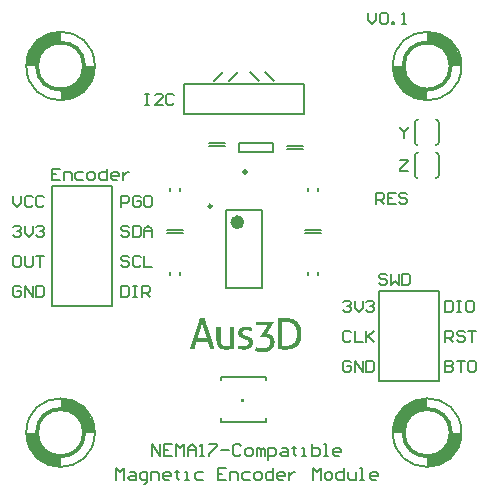
<source format=gto>
G04 Layer_Color=65535*
%FSLAX44Y44*%
%MOMM*%
G71*
G01*
G75*
%ADD18C,0.2500*%
%ADD19C,0.2032*%
%ADD20C,0.5000*%
%ADD21C,0.2000*%
%ADD29C,0.6000*%
%ADD30C,0.1500*%
%ADD31C,0.3000*%
%ADD32C,0.1270*%
G36*
X2768Y-65588D02*
X3018D01*
X3517Y-65621D01*
X3551D01*
X3634Y-65638D01*
X3767Y-65655D01*
X3951Y-65671D01*
X4151Y-65705D01*
X4384Y-65738D01*
X4867Y-65821D01*
X4900D01*
X4984Y-65855D01*
X5117Y-65871D01*
X5284Y-65921D01*
X5484Y-65955D01*
X5700Y-66005D01*
X6133Y-66121D01*
X6167D01*
X6233Y-66155D01*
X6350Y-66188D01*
X6500Y-66221D01*
X6667Y-66271D01*
X6850Y-66338D01*
X7250Y-66455D01*
Y-66471D01*
Y-66521D01*
X7233Y-66588D01*
X7216Y-66688D01*
X7183Y-66921D01*
X7133Y-67188D01*
Y-67204D01*
X7117Y-67254D01*
X7100Y-67321D01*
X7083Y-67404D01*
X7067Y-67521D01*
X7033Y-67638D01*
X6967Y-67904D01*
Y-67921D01*
X6950Y-67971D01*
X6933Y-68038D01*
X6916Y-68121D01*
X6833Y-68337D01*
X6750Y-68587D01*
Y-68604D01*
X6733Y-68637D01*
X6700Y-68704D01*
X6683Y-68787D01*
X6600Y-68987D01*
X6500Y-69220D01*
X6483D01*
X6433Y-69204D01*
X6350Y-69170D01*
X6233Y-69137D01*
X6100Y-69087D01*
X5950Y-69037D01*
X5617Y-68937D01*
X5600D01*
X5533Y-68921D01*
X5434Y-68887D01*
X5300Y-68854D01*
X5150Y-68821D01*
X4984Y-68771D01*
X4584Y-68687D01*
X4567D01*
X4484Y-68654D01*
X4384Y-68637D01*
X4234Y-68604D01*
X4067Y-68571D01*
X3867Y-68537D01*
X3451Y-68471D01*
X3417D01*
X3351Y-68454D01*
X3234D01*
X3084Y-68437D01*
X2901Y-68421D01*
X2684D01*
X2468Y-68404D01*
X2001D01*
X1834Y-68421D01*
X1635Y-68437D01*
X1435Y-68454D01*
X985Y-68521D01*
X951D01*
X885Y-68537D01*
X768Y-68571D01*
X618Y-68621D01*
X452Y-68671D01*
X268Y-68721D01*
X-132Y-68871D01*
X-148Y-68887D01*
X-215Y-68921D01*
X-298Y-68971D01*
X-415Y-69037D01*
X-532Y-69137D01*
X-665Y-69237D01*
X-781Y-69370D01*
X-898Y-69520D01*
X-915Y-69537D01*
X-931Y-69587D01*
X-981Y-69687D01*
X-1031Y-69804D01*
X-1081Y-69954D01*
X-1115Y-70120D01*
X-1148Y-70320D01*
X-1165Y-70537D01*
Y-70553D01*
Y-70587D01*
Y-70654D01*
X-1148Y-70720D01*
X-1131Y-70903D01*
X-1098Y-71103D01*
Y-71120D01*
X-1081Y-71137D01*
X-1048Y-71253D01*
X-981Y-71403D01*
X-898Y-71570D01*
Y-71586D01*
X-882Y-71603D01*
X-815Y-71703D01*
X-732Y-71837D01*
X-615Y-71970D01*
X-582Y-72003D01*
X-498Y-72086D01*
X-382Y-72186D01*
X-215Y-72303D01*
X-198D01*
X-182Y-72320D01*
X-82Y-72386D01*
X68Y-72486D01*
X235Y-72586D01*
X252D01*
X285Y-72603D01*
X335Y-72636D01*
X402Y-72670D01*
X568Y-72736D01*
X768Y-72820D01*
X785D01*
X818Y-72836D01*
X868Y-72853D01*
X951Y-72886D01*
X1135Y-72953D01*
X1351Y-73053D01*
X1368D01*
X1401Y-73070D01*
X1468Y-73086D01*
X1551Y-73120D01*
X1751Y-73186D01*
X1984Y-73253D01*
X2001D01*
X2034Y-73269D01*
X2101Y-73286D01*
X2168Y-73319D01*
X2351Y-73386D01*
X2568Y-73453D01*
X2784Y-73536D01*
X2951Y-73603D01*
X3018Y-73619D01*
X3067Y-73636D01*
X3101Y-73653D01*
X3134D01*
X3184Y-73669D01*
X3268Y-73703D01*
X3401Y-73736D01*
X3567Y-73803D01*
X3584D01*
X3634Y-73836D01*
X3717Y-73853D01*
X3834Y-73903D01*
X3951Y-73936D01*
X4101Y-73986D01*
X4401Y-74103D01*
X4417D01*
X4467Y-74136D01*
X4550Y-74169D01*
X4650Y-74219D01*
X4784Y-74269D01*
X4917Y-74336D01*
X5200Y-74469D01*
X5217Y-74486D01*
X5267Y-74503D01*
X5350Y-74552D01*
X5450Y-74602D01*
X5684Y-74752D01*
X5933Y-74936D01*
X5950Y-74952D01*
X5983Y-74986D01*
X6050Y-75036D01*
X6133Y-75102D01*
X6333Y-75269D01*
X6550Y-75486D01*
X6567Y-75502D01*
X6600Y-75535D01*
X6650Y-75602D01*
X6717Y-75686D01*
X6866Y-75885D01*
X7033Y-76135D01*
X7050Y-76152D01*
X7067Y-76202D01*
X7117Y-76269D01*
X7167Y-76369D01*
X7233Y-76485D01*
X7300Y-76619D01*
X7450Y-76919D01*
Y-76935D01*
X7483Y-76985D01*
X7500Y-77085D01*
X7550Y-77202D01*
X7583Y-77335D01*
X7616Y-77502D01*
X7683Y-77852D01*
Y-77868D01*
X7700Y-77935D01*
X7716Y-78052D01*
X7733Y-78185D01*
X7750Y-78351D01*
X7766Y-78535D01*
X7783Y-78735D01*
Y-78951D01*
Y-78985D01*
Y-79068D01*
Y-79201D01*
X7766Y-79368D01*
X7750Y-79551D01*
X7733Y-79768D01*
X7650Y-80234D01*
Y-80268D01*
X7633Y-80334D01*
X7600Y-80451D01*
X7550Y-80601D01*
X7500Y-80784D01*
X7433Y-80984D01*
X7250Y-81401D01*
X7233Y-81417D01*
X7200Y-81484D01*
X7133Y-81601D01*
X7067Y-81734D01*
X6967Y-81884D01*
X6850Y-82051D01*
X6600Y-82417D01*
X6583Y-82434D01*
X6533Y-82500D01*
X6450Y-82584D01*
X6350Y-82684D01*
X6217Y-82817D01*
X6067Y-82967D01*
X5883Y-83117D01*
X5700Y-83267D01*
X5684Y-83284D01*
X5617Y-83334D01*
X5517Y-83400D01*
X5384Y-83500D01*
X5217Y-83600D01*
X5034Y-83717D01*
X4817Y-83833D01*
X4600Y-83950D01*
X4567Y-83967D01*
X4500Y-84000D01*
X4384Y-84050D01*
X4217Y-84133D01*
X4034Y-84200D01*
X3801Y-84300D01*
X3567Y-84383D01*
X3301Y-84467D01*
X3268Y-84483D01*
X3184Y-84500D01*
X3034Y-84533D01*
X2851Y-84583D01*
X2634Y-84650D01*
X2384Y-84700D01*
X2101Y-84750D01*
X1818Y-84800D01*
X1785D01*
X1684Y-84817D01*
X1535Y-84833D01*
X1335Y-84850D01*
X1101Y-84867D01*
X818Y-84883D01*
X518Y-84900D01*
X-315D01*
X-565Y-84883D01*
X-831D01*
X-1415Y-84850D01*
X-1448D01*
X-1548Y-84833D01*
X-1681D01*
X-1865Y-84800D01*
X-2081Y-84783D01*
X-2314Y-84750D01*
X-2814Y-84667D01*
X-2848D01*
X-2931Y-84650D01*
X-3048Y-84616D01*
X-3214Y-84583D01*
X-3414Y-84550D01*
X-3614Y-84500D01*
X-4064Y-84383D01*
X-4097D01*
X-4164Y-84367D01*
X-4281Y-84333D01*
X-4447Y-84283D01*
X-4614Y-84233D01*
X-4814Y-84183D01*
X-5230Y-84033D01*
Y-84017D01*
Y-83967D01*
X-5214Y-83900D01*
X-5197Y-83800D01*
X-5180Y-83583D01*
X-5130Y-83317D01*
Y-83300D01*
X-5114Y-83250D01*
X-5097Y-83184D01*
X-5080Y-83084D01*
X-5047Y-82967D01*
X-5014Y-82850D01*
X-4930Y-82567D01*
Y-82550D01*
X-4914Y-82500D01*
X-4881Y-82434D01*
X-4847Y-82351D01*
X-4814Y-82234D01*
X-4780Y-82117D01*
X-4681Y-81851D01*
Y-81834D01*
X-4664Y-81784D01*
X-4631Y-81717D01*
X-4597Y-81617D01*
X-4564Y-81517D01*
X-4514Y-81384D01*
X-4414Y-81117D01*
X-4397Y-81134D01*
X-4331Y-81151D01*
X-4231Y-81184D01*
X-4097Y-81234D01*
X-3947Y-81301D01*
X-3764Y-81351D01*
X-3381Y-81484D01*
X-3364D01*
X-3281Y-81501D01*
X-3181Y-81534D01*
X-3048Y-81567D01*
X-2881Y-81601D01*
X-2681Y-81651D01*
X-2264Y-81751D01*
X-2231D01*
X-2165Y-81767D01*
X-2048Y-81784D01*
X-1898Y-81817D01*
X-1715Y-81834D01*
X-1531Y-81867D01*
X-1098Y-81917D01*
X-998D01*
X-882Y-81934D01*
X-732D01*
X-548Y-81951D01*
X-365D01*
X68Y-81967D01*
X318D01*
X452Y-81951D01*
X585D01*
X868Y-81934D01*
X935D01*
X1018Y-81917D01*
X1118Y-81901D01*
X1235Y-81884D01*
X1368Y-81867D01*
X1651Y-81801D01*
X1668D01*
X1718Y-81784D01*
X1785Y-81767D01*
X1884Y-81734D01*
X2101Y-81667D01*
X2351Y-81567D01*
X2368D01*
X2401Y-81551D01*
X2468Y-81517D01*
X2551Y-81484D01*
X2751Y-81384D01*
X2968Y-81267D01*
X2984D01*
X3018Y-81234D01*
X3067Y-81201D01*
X3134Y-81151D01*
X3301Y-81034D01*
X3467Y-80868D01*
X3484Y-80851D01*
X3501Y-80834D01*
X3551Y-80784D01*
X3601Y-80717D01*
X3734Y-80551D01*
X3867Y-80368D01*
X3884Y-80351D01*
X3901Y-80318D01*
X3934Y-80284D01*
X3967Y-80218D01*
X4051Y-80051D01*
X4134Y-79834D01*
Y-79818D01*
X4151Y-79784D01*
Y-79718D01*
X4167Y-79651D01*
X4184Y-79451D01*
X4201Y-79218D01*
Y-79201D01*
Y-79151D01*
Y-79085D01*
Y-78985D01*
X4184Y-78768D01*
X4151Y-78535D01*
Y-78518D01*
X4134Y-78485D01*
X4117Y-78435D01*
X4101Y-78351D01*
X4034Y-78185D01*
X3934Y-78018D01*
Y-78002D01*
X3917Y-77985D01*
X3851Y-77868D01*
X3751Y-77735D01*
X3617Y-77585D01*
Y-77568D01*
X3584Y-77552D01*
X3501Y-77468D01*
X3384Y-77352D01*
X3217Y-77218D01*
X3201D01*
X3184Y-77185D01*
X3134Y-77168D01*
X3067Y-77119D01*
X2901Y-77035D01*
X2718Y-76919D01*
X2701D01*
X2684Y-76902D01*
X2634Y-76869D01*
X2568Y-76835D01*
X2401Y-76752D01*
X2184Y-76652D01*
X2168D01*
X2134Y-76635D01*
X2068Y-76602D01*
X2001Y-76585D01*
X1801Y-76519D01*
X1568Y-76435D01*
X1551D01*
X1518Y-76419D01*
X1451Y-76385D01*
X1351Y-76369D01*
X1135Y-76302D01*
X885Y-76219D01*
X868D01*
X851Y-76202D01*
X735Y-76169D01*
X585Y-76102D01*
X418Y-76052D01*
X252Y-75985D01*
X118Y-75935D01*
X52Y-75902D01*
X18D01*
X2Y-75885D01*
X-32Y-75869D01*
X-65Y-75852D01*
X-132Y-75835D01*
X-248Y-75785D01*
X-382Y-75736D01*
X-398D01*
X-432Y-75719D01*
X-498Y-75686D01*
X-565Y-75669D01*
X-665Y-75619D01*
X-781Y-75569D01*
X-1048Y-75469D01*
X-1365Y-75336D01*
X-1698Y-75169D01*
X-2031Y-75002D01*
X-2364Y-74819D01*
X-2381D01*
X-2398Y-74802D01*
X-2498Y-74736D01*
X-2648Y-74636D01*
X-2848Y-74503D01*
X-3064Y-74352D01*
X-3281Y-74186D01*
X-3514Y-74003D01*
X-3714Y-73803D01*
X-3731Y-73769D01*
X-3797Y-73703D01*
X-3897Y-73586D01*
X-4014Y-73436D01*
X-4147Y-73253D01*
X-4281Y-73036D01*
X-4397Y-72786D01*
X-4514Y-72520D01*
Y-72503D01*
X-4530Y-72486D01*
X-4547Y-72386D01*
X-4597Y-72253D01*
X-4631Y-72053D01*
X-4681Y-71803D01*
X-4730Y-71537D01*
X-4747Y-71237D01*
X-4764Y-70903D01*
Y-70887D01*
Y-70853D01*
Y-70787D01*
Y-70687D01*
X-4747Y-70587D01*
Y-70454D01*
X-4714Y-70170D01*
X-4664Y-69820D01*
X-4581Y-69454D01*
X-4481Y-69071D01*
X-4331Y-68704D01*
Y-68687D01*
X-4314Y-68654D01*
X-4281Y-68604D01*
X-4247Y-68537D01*
X-4147Y-68354D01*
X-3997Y-68121D01*
X-3814Y-67854D01*
X-3598Y-67571D01*
X-3331Y-67288D01*
X-3014Y-67004D01*
X-2998Y-66988D01*
X-2981Y-66971D01*
X-2931Y-66938D01*
X-2848Y-66888D01*
X-2764Y-66821D01*
X-2664Y-66754D01*
X-2414Y-66604D01*
X-2098Y-66421D01*
X-1731Y-66238D01*
X-1315Y-66071D01*
X-848Y-65921D01*
X-831D01*
X-781Y-65905D01*
X-715Y-65888D01*
X-615Y-65871D01*
X-498Y-65838D01*
X-348Y-65805D01*
X-182Y-65771D01*
X2Y-65738D01*
X218Y-65721D01*
X435Y-65688D01*
X685Y-65655D01*
X951Y-65621D01*
X1501Y-65588D01*
X2118Y-65571D01*
X2568D01*
X2768Y-65588D01*
D02*
G37*
G36*
X-174700Y-155700D02*
Y-162350D01*
X-172750Y-164300D01*
Y-165600D01*
X-168200Y-170150D01*
X-167550D01*
X-163650Y-174050D01*
X-159750D01*
X-158450Y-175350D01*
X-155200D01*
Y-184450D01*
X-157800D01*
X-158450Y-183800D01*
X-163000D01*
X-164950Y-181850D01*
X-167550D01*
X-169500Y-179900D01*
X-171450D01*
X-176000Y-175350D01*
Y-174700D01*
X-180550Y-170150D01*
Y-168200D01*
X-182500Y-166250D01*
X-183150Y-162350D01*
X-184200Y-160000D01*
Y-155200D01*
X-175200D01*
X-174700Y-155700D01*
D02*
G37*
G36*
X184450Y-157800D02*
X183800Y-158450D01*
Y-163000D01*
X181850Y-164950D01*
Y-167550D01*
X179900Y-169500D01*
Y-171450D01*
X175350Y-176000D01*
X174700D01*
X170150Y-180550D01*
X168200D01*
X166250Y-182500D01*
X162350Y-183150D01*
X160000Y-184200D01*
X155200D01*
Y-175200D01*
X155700Y-174700D01*
X162350D01*
X164300Y-172750D01*
X165600D01*
X170150Y-168200D01*
Y-167550D01*
X174050Y-163650D01*
Y-159750D01*
X175350Y-158450D01*
Y-155200D01*
X184450D01*
Y-157800D01*
D02*
G37*
G36*
X-9396Y-65855D02*
X-9246Y-65871D01*
X-8963D01*
X-8796Y-65888D01*
X-8713D01*
X-8646Y-65905D01*
X-8496D01*
X-8330Y-65921D01*
X-8296D01*
X-8196Y-65938D01*
X-8063Y-65955D01*
X-7913Y-65988D01*
Y-66021D01*
Y-66105D01*
Y-66255D01*
Y-66438D01*
Y-66671D01*
Y-66954D01*
Y-67254D01*
Y-67588D01*
Y-67937D01*
Y-68321D01*
Y-69104D01*
Y-69904D01*
Y-70687D01*
Y-70703D01*
Y-70770D01*
Y-70887D01*
Y-71020D01*
Y-71187D01*
Y-71403D01*
Y-71620D01*
Y-71870D01*
Y-72136D01*
Y-72403D01*
Y-72986D01*
Y-73569D01*
Y-74136D01*
Y-74153D01*
Y-74186D01*
Y-74253D01*
Y-74336D01*
Y-74436D01*
Y-74552D01*
Y-74836D01*
Y-75152D01*
Y-75502D01*
Y-75852D01*
Y-76202D01*
Y-76219D01*
Y-76235D01*
Y-76285D01*
Y-76352D01*
Y-76502D01*
Y-76719D01*
Y-76952D01*
Y-77202D01*
Y-77468D01*
Y-77718D01*
Y-77735D01*
Y-77785D01*
Y-77868D01*
Y-77952D01*
Y-78201D01*
Y-78451D01*
Y-78468D01*
Y-78501D01*
Y-78568D01*
Y-78651D01*
Y-78851D01*
Y-79051D01*
Y-79068D01*
Y-79101D01*
Y-79151D01*
Y-79218D01*
Y-79368D01*
Y-79535D01*
Y-79551D01*
Y-79568D01*
Y-79651D01*
Y-79784D01*
Y-79934D01*
Y-79951D01*
Y-80018D01*
Y-80134D01*
Y-80251D01*
Y-80401D01*
Y-80568D01*
Y-80884D01*
Y-80901D01*
Y-80968D01*
Y-81051D01*
Y-81201D01*
Y-81367D01*
Y-81584D01*
Y-81834D01*
Y-82117D01*
Y-82134D01*
Y-82167D01*
Y-82250D01*
Y-82334D01*
Y-82450D01*
Y-82584D01*
Y-82884D01*
Y-82900D01*
Y-82967D01*
Y-83050D01*
Y-83184D01*
Y-83334D01*
Y-83500D01*
Y-83700D01*
Y-83900D01*
X-7946D01*
X-8030Y-83933D01*
X-8146Y-83967D01*
X-8313Y-84000D01*
X-8529Y-84050D01*
X-8763Y-84117D01*
X-9013Y-84183D01*
X-9279Y-84250D01*
X-9313D01*
X-9413Y-84283D01*
X-9563Y-84317D01*
X-9779Y-84350D01*
X-10013Y-84400D01*
X-10296Y-84467D01*
X-10596Y-84517D01*
X-10929Y-84583D01*
X-10962D01*
X-11012Y-84600D01*
X-11079D01*
X-11245Y-84633D01*
X-11479Y-84667D01*
X-11745Y-84717D01*
X-12045Y-84750D01*
X-12362Y-84800D01*
X-12695Y-84833D01*
X-12778D01*
X-12845Y-84850D01*
X-13028D01*
X-13262Y-84867D01*
X-13545Y-84883D01*
X-13845D01*
X-14178Y-84900D01*
X-14845D01*
X-15078Y-84883D01*
X-15344D01*
X-15628Y-84867D01*
X-15944Y-84850D01*
X-16261Y-84833D01*
X-16294D01*
X-16344Y-84817D01*
X-16394D01*
X-16561Y-84800D01*
X-16761Y-84767D01*
X-17011Y-84733D01*
X-17294Y-84700D01*
X-17577Y-84650D01*
X-17877Y-84600D01*
X-17910D01*
X-18010Y-84567D01*
X-18160Y-84533D01*
X-18344Y-84483D01*
X-18577Y-84417D01*
X-18827Y-84333D01*
X-19360Y-84133D01*
X-19393Y-84117D01*
X-19477Y-84083D01*
X-19610Y-84000D01*
X-19777Y-83917D01*
X-19977Y-83800D01*
X-20193Y-83667D01*
X-20410Y-83517D01*
X-20643Y-83350D01*
X-20676Y-83334D01*
X-20743Y-83267D01*
X-20860Y-83167D01*
X-20993Y-83034D01*
X-21160Y-82867D01*
X-21326Y-82667D01*
X-21509Y-82450D01*
X-21693Y-82217D01*
X-21709Y-82184D01*
X-21776Y-82100D01*
X-21859Y-81967D01*
X-21976Y-81784D01*
X-22109Y-81567D01*
X-22243Y-81317D01*
X-22376Y-81018D01*
X-22509Y-80717D01*
Y-80701D01*
X-22526Y-80684D01*
X-22543Y-80634D01*
X-22559Y-80568D01*
X-22626Y-80384D01*
X-22693Y-80151D01*
X-22776Y-79868D01*
X-22859Y-79535D01*
X-22943Y-79151D01*
X-23009Y-78751D01*
Y-78735D01*
Y-78701D01*
X-23026Y-78635D01*
X-23043Y-78551D01*
X-23059Y-78451D01*
Y-78335D01*
X-23076Y-78185D01*
X-23093Y-78018D01*
X-23126Y-77652D01*
X-23159Y-77235D01*
X-23176Y-76769D01*
X-23192Y-76252D01*
Y-76235D01*
Y-76185D01*
Y-76102D01*
Y-75985D01*
Y-75852D01*
Y-75702D01*
Y-75519D01*
Y-75336D01*
Y-74919D01*
Y-74453D01*
Y-74003D01*
Y-73553D01*
Y-73536D01*
Y-73503D01*
Y-73436D01*
Y-73369D01*
Y-73269D01*
Y-73153D01*
Y-72886D01*
Y-72570D01*
Y-72236D01*
Y-71903D01*
Y-71570D01*
Y-71537D01*
Y-71453D01*
Y-71337D01*
Y-71187D01*
Y-71003D01*
Y-70803D01*
Y-70403D01*
Y-70387D01*
Y-70320D01*
Y-70237D01*
Y-70120D01*
Y-69987D01*
Y-69837D01*
Y-69537D01*
Y-69520D01*
Y-69487D01*
Y-69420D01*
Y-69354D01*
Y-69154D01*
Y-68904D01*
Y-68654D01*
Y-68421D01*
Y-68221D01*
Y-68137D01*
Y-68071D01*
Y-68054D01*
Y-68021D01*
Y-67937D01*
Y-67838D01*
Y-67688D01*
Y-67504D01*
Y-67271D01*
Y-67004D01*
Y-66988D01*
Y-66971D01*
Y-66888D01*
Y-66738D01*
Y-66571D01*
Y-66554D01*
Y-66521D01*
Y-66471D01*
Y-66405D01*
Y-66221D01*
Y-65988D01*
X-23142D01*
X-23059Y-65971D01*
X-22959Y-65955D01*
X-22843D01*
X-22693Y-65938D01*
X-22509Y-65905D01*
X-22293Y-65888D01*
X-22193D01*
X-22126Y-65871D01*
X-21793D01*
X-21693Y-65855D01*
X-21560Y-65838D01*
X-21293D01*
X-21160Y-65855D01*
X-21010Y-65871D01*
X-20693D01*
X-20510Y-65888D01*
X-20477D01*
X-20360Y-65905D01*
X-20210D01*
X-20043Y-65921D01*
X-20010D01*
X-19910Y-65938D01*
X-19777Y-65955D01*
X-19610Y-65988D01*
Y-66005D01*
Y-66055D01*
Y-66138D01*
Y-66238D01*
Y-66371D01*
Y-66521D01*
Y-66705D01*
Y-66888D01*
Y-67304D01*
Y-67754D01*
Y-68204D01*
Y-68654D01*
Y-68671D01*
Y-68704D01*
Y-68754D01*
Y-68837D01*
Y-68937D01*
Y-69054D01*
Y-69321D01*
Y-69620D01*
Y-69954D01*
Y-70287D01*
Y-70620D01*
Y-70654D01*
Y-70720D01*
Y-70853D01*
Y-71003D01*
Y-71170D01*
Y-71370D01*
Y-71753D01*
Y-71770D01*
Y-71837D01*
Y-71920D01*
Y-72036D01*
Y-72170D01*
Y-72320D01*
Y-72603D01*
Y-72620D01*
Y-72653D01*
Y-72720D01*
Y-72786D01*
Y-72986D01*
Y-73219D01*
Y-73469D01*
Y-73703D01*
Y-73903D01*
Y-73986D01*
Y-74053D01*
Y-74069D01*
Y-74103D01*
Y-74186D01*
Y-74286D01*
Y-74436D01*
Y-74602D01*
Y-74819D01*
Y-75086D01*
Y-75102D01*
Y-75119D01*
Y-75219D01*
Y-75352D01*
Y-75535D01*
Y-75552D01*
Y-75585D01*
Y-75635D01*
Y-75702D01*
Y-75885D01*
Y-76119D01*
Y-76135D01*
Y-76152D01*
Y-76202D01*
Y-76269D01*
Y-76419D01*
X-19593Y-76635D01*
Y-76885D01*
X-19577Y-77152D01*
X-19543Y-77702D01*
Y-77735D01*
X-19527Y-77818D01*
X-19510Y-77952D01*
X-19477Y-78118D01*
X-19443Y-78318D01*
X-19410Y-78535D01*
X-19293Y-78968D01*
Y-79001D01*
X-19260Y-79068D01*
X-19227Y-79168D01*
X-19194Y-79318D01*
X-19127Y-79468D01*
X-19060Y-79634D01*
X-18894Y-79984D01*
X-18877Y-80001D01*
X-18843Y-80051D01*
X-18794Y-80134D01*
X-18727Y-80251D01*
X-18544Y-80501D01*
X-18327Y-80767D01*
X-18310Y-80784D01*
X-18260Y-80817D01*
X-18194Y-80884D01*
X-18110Y-80951D01*
X-18010Y-81034D01*
X-17877Y-81117D01*
X-17610Y-81301D01*
X-17594Y-81317D01*
X-17544Y-81334D01*
X-17461Y-81384D01*
X-17344Y-81434D01*
X-17211Y-81484D01*
X-17061Y-81551D01*
X-16727Y-81651D01*
X-16711D01*
X-16644Y-81667D01*
X-16561Y-81701D01*
X-16428Y-81717D01*
X-16278Y-81751D01*
X-16111Y-81784D01*
X-15928Y-81817D01*
X-15728Y-81851D01*
X-15628D01*
X-15528Y-81867D01*
X-15378D01*
X-15211Y-81884D01*
X-15011D01*
X-14578Y-81901D01*
X-14245D01*
X-14011Y-81884D01*
X-13745D01*
X-13462Y-81867D01*
X-12878Y-81817D01*
X-12845D01*
X-12745Y-81801D01*
X-12595Y-81767D01*
X-12395Y-81734D01*
X-12179Y-81701D01*
X-11929Y-81651D01*
X-11429Y-81517D01*
Y-81484D01*
Y-81417D01*
Y-81284D01*
Y-81134D01*
Y-80934D01*
Y-80684D01*
Y-80434D01*
Y-80134D01*
Y-79834D01*
Y-79501D01*
Y-78818D01*
Y-78135D01*
Y-77452D01*
Y-77435D01*
Y-77368D01*
Y-77285D01*
Y-77152D01*
Y-77002D01*
Y-76835D01*
Y-76635D01*
Y-76419D01*
Y-75935D01*
Y-75436D01*
Y-74919D01*
Y-74419D01*
Y-74402D01*
Y-74369D01*
Y-74319D01*
Y-74253D01*
Y-74053D01*
Y-73819D01*
Y-73536D01*
Y-73236D01*
Y-72936D01*
Y-72636D01*
Y-72620D01*
Y-72603D01*
Y-72503D01*
Y-72370D01*
Y-72186D01*
Y-71986D01*
Y-71770D01*
Y-71553D01*
Y-71337D01*
Y-71320D01*
Y-71270D01*
Y-71203D01*
Y-71120D01*
Y-70920D01*
Y-70703D01*
Y-70687D01*
Y-70654D01*
Y-70603D01*
Y-70537D01*
Y-70370D01*
Y-70187D01*
Y-70170D01*
Y-70154D01*
Y-70104D01*
Y-70037D01*
Y-69870D01*
Y-69670D01*
Y-69454D01*
Y-69237D01*
Y-69021D01*
Y-68854D01*
Y-68837D01*
Y-68771D01*
Y-68687D01*
Y-68537D01*
Y-68371D01*
Y-68137D01*
Y-67854D01*
Y-67538D01*
Y-67521D01*
Y-67488D01*
Y-67421D01*
Y-67338D01*
Y-67238D01*
Y-67121D01*
Y-66871D01*
Y-66854D01*
Y-66804D01*
Y-66721D01*
Y-66621D01*
Y-66488D01*
Y-66338D01*
Y-66171D01*
Y-65988D01*
X-11395D01*
X-11312Y-65971D01*
X-11179Y-65938D01*
X-11012Y-65921D01*
X-10979D01*
X-10879Y-65905D01*
X-10729D01*
X-10546Y-65888D01*
X-10512D01*
X-10396Y-65871D01*
X-10063D01*
X-9962Y-65855D01*
X-9829Y-65838D01*
X-9529D01*
X-9396Y-65855D01*
D02*
G37*
G36*
X35793Y-58190D02*
X36092Y-58207D01*
X36442Y-58223D01*
X36825Y-58240D01*
X37242Y-58273D01*
X37692Y-58323D01*
X38175Y-58390D01*
X38658Y-58457D01*
X39175Y-58540D01*
X39675Y-58640D01*
X40191Y-58756D01*
X40691Y-58890D01*
X41174Y-59040D01*
X41208Y-59056D01*
X41291Y-59073D01*
X41424Y-59123D01*
X41591Y-59206D01*
X41808Y-59290D01*
X42074Y-59406D01*
X42341Y-59523D01*
X42657Y-59673D01*
X42974Y-59856D01*
X43324Y-60040D01*
X43674Y-60256D01*
X44024Y-60489D01*
X44390Y-60739D01*
X44740Y-61006D01*
X45073Y-61306D01*
X45407Y-61622D01*
X45423Y-61639D01*
X45473Y-61706D01*
X45573Y-61806D01*
X45690Y-61939D01*
X45823Y-62106D01*
X45990Y-62306D01*
X46157Y-62539D01*
X46356Y-62806D01*
X46556Y-63105D01*
X46773Y-63422D01*
X46973Y-63772D01*
X47189Y-64138D01*
X47389Y-64538D01*
X47589Y-64955D01*
X47773Y-65388D01*
X47939Y-65838D01*
X47956Y-65871D01*
X47973Y-65955D01*
X48023Y-66088D01*
X48073Y-66271D01*
X48139Y-66505D01*
X48206Y-66788D01*
X48289Y-67121D01*
X48373Y-67488D01*
X48439Y-67888D01*
X48523Y-68321D01*
X48589Y-68804D01*
X48656Y-69304D01*
X48706Y-69837D01*
X48756Y-70387D01*
X48773Y-70970D01*
X48789Y-71570D01*
Y-71586D01*
Y-71603D01*
Y-71653D01*
Y-71720D01*
Y-71803D01*
Y-71903D01*
X48773Y-72136D01*
X48756Y-72436D01*
X48739Y-72770D01*
X48723Y-73153D01*
X48689Y-73569D01*
X48639Y-74019D01*
X48573Y-74503D01*
X48506Y-74986D01*
X48423Y-75486D01*
X48323Y-75985D01*
X48206Y-76485D01*
X48073Y-76985D01*
X47923Y-77468D01*
X47906Y-77502D01*
X47889Y-77585D01*
X47839Y-77718D01*
X47756Y-77885D01*
X47673Y-78102D01*
X47556Y-78351D01*
X47423Y-78635D01*
X47273Y-78935D01*
X47106Y-79251D01*
X46906Y-79584D01*
X46690Y-79934D01*
X46456Y-80284D01*
X46206Y-80634D01*
X45940Y-80968D01*
X45640Y-81301D01*
X45323Y-81617D01*
X45307Y-81634D01*
X45240Y-81684D01*
X45157Y-81767D01*
X45023Y-81884D01*
X44857Y-82017D01*
X44657Y-82184D01*
X44424Y-82351D01*
X44157Y-82550D01*
X43857Y-82734D01*
X43541Y-82950D01*
X43191Y-83150D01*
X42807Y-83350D01*
X42407Y-83550D01*
X41974Y-83750D01*
X41524Y-83917D01*
X41058Y-84083D01*
X41024Y-84100D01*
X40941Y-84117D01*
X40791Y-84150D01*
X40608Y-84217D01*
X40358Y-84267D01*
X40058Y-84333D01*
X39725Y-84417D01*
X39342Y-84483D01*
X38925Y-84567D01*
X38458Y-84633D01*
X37975Y-84717D01*
X37442Y-84767D01*
X36892Y-84817D01*
X36309Y-84867D01*
X35709Y-84883D01*
X35076Y-84900D01*
X34010D01*
X33710Y-84883D01*
X33243D01*
X33077Y-84867D01*
X32860Y-84850D01*
X32610Y-84833D01*
X32327Y-84817D01*
X32027Y-84800D01*
X31727Y-84767D01*
X31644D01*
X31593Y-84750D01*
X31427Y-84733D01*
X31227Y-84717D01*
X30994Y-84700D01*
X30727Y-84683D01*
X30194Y-84633D01*
X30161D01*
X30077Y-84616D01*
X29927Y-84600D01*
X29761Y-84583D01*
X29544Y-84567D01*
X29327Y-84533D01*
X28861Y-84467D01*
Y-84450D01*
Y-84417D01*
Y-84367D01*
Y-84300D01*
Y-84200D01*
Y-84083D01*
Y-83967D01*
Y-83817D01*
Y-83483D01*
Y-83084D01*
Y-82650D01*
Y-82167D01*
Y-81651D01*
Y-81101D01*
Y-80534D01*
Y-79968D01*
Y-78801D01*
Y-78235D01*
Y-77685D01*
Y-77668D01*
Y-77652D01*
Y-77552D01*
Y-77402D01*
Y-77202D01*
Y-76935D01*
Y-76652D01*
Y-76319D01*
Y-75952D01*
Y-75569D01*
Y-75169D01*
Y-74319D01*
Y-73469D01*
Y-73036D01*
Y-72636D01*
Y-72620D01*
Y-72570D01*
Y-72470D01*
Y-72353D01*
Y-72203D01*
Y-72036D01*
Y-71853D01*
Y-71637D01*
Y-71187D01*
Y-70703D01*
Y-70187D01*
Y-69704D01*
Y-69687D01*
Y-69654D01*
Y-69587D01*
Y-69487D01*
Y-69387D01*
Y-69254D01*
Y-68954D01*
Y-68604D01*
Y-68237D01*
Y-67871D01*
Y-67504D01*
Y-67471D01*
Y-67404D01*
Y-67288D01*
Y-67138D01*
Y-66971D01*
Y-66788D01*
Y-66421D01*
Y-66405D01*
Y-66338D01*
Y-66255D01*
Y-66138D01*
Y-66005D01*
Y-65871D01*
Y-65571D01*
Y-65555D01*
Y-65505D01*
Y-65422D01*
Y-65338D01*
Y-65105D01*
Y-64872D01*
Y-64855D01*
Y-64822D01*
Y-64755D01*
Y-64688D01*
Y-64505D01*
Y-64305D01*
Y-64288D01*
Y-64272D01*
Y-64172D01*
Y-64022D01*
Y-63822D01*
Y-63605D01*
Y-63372D01*
Y-63139D01*
Y-62905D01*
Y-62872D01*
Y-62789D01*
Y-62656D01*
Y-62456D01*
Y-62206D01*
Y-61906D01*
Y-61556D01*
Y-61139D01*
Y-61123D01*
Y-61056D01*
Y-60956D01*
Y-60823D01*
Y-60656D01*
Y-60456D01*
Y-60256D01*
Y-60023D01*
Y-59990D01*
Y-59906D01*
Y-59790D01*
Y-59606D01*
Y-59390D01*
Y-59140D01*
Y-58857D01*
Y-58557D01*
X29061D01*
X29144Y-58540D01*
X29278Y-58523D01*
X29444Y-58507D01*
X29661Y-58490D01*
X29877Y-58473D01*
X30361Y-58423D01*
X30394D01*
X30477Y-58407D01*
X30610Y-58390D01*
X30777Y-58373D01*
X30994Y-58357D01*
X31244Y-58340D01*
X31527Y-58307D01*
X31827Y-58290D01*
X31910D01*
X31977Y-58273D01*
X32143D01*
X32377Y-58257D01*
X32627Y-58240D01*
X32926Y-58223D01*
X33243Y-58207D01*
X33560Y-58190D01*
X33860D01*
X34076Y-58173D01*
X35559D01*
X35793Y-58190D01*
D02*
G37*
G36*
X-34656Y-58440D02*
X-34323D01*
X-34123Y-58457D01*
X-34023D01*
X-33940Y-58473D01*
X-33773D01*
X-33573Y-58490D01*
X-33540D01*
X-33490Y-58507D01*
X-33423D01*
X-33256Y-58523D01*
X-33073Y-58557D01*
Y-58573D01*
X-33057Y-58607D01*
X-33040Y-58657D01*
X-33023Y-58723D01*
X-32990Y-58823D01*
X-32957Y-58940D01*
X-32907Y-59056D01*
X-32857Y-59206D01*
X-32757Y-59556D01*
X-32623Y-59939D01*
X-32490Y-60389D01*
X-32323Y-60873D01*
X-32157Y-61389D01*
X-31990Y-61922D01*
X-31807Y-62489D01*
X-31624Y-63072D01*
X-31240Y-64222D01*
X-31057Y-64805D01*
X-30874Y-65355D01*
X-30857Y-65388D01*
X-30824Y-65488D01*
X-30791Y-65638D01*
X-30724Y-65838D01*
X-30640Y-66088D01*
X-30541Y-66388D01*
X-30441Y-66705D01*
X-30324Y-67071D01*
X-30191Y-67454D01*
X-30057Y-67854D01*
X-29791Y-68704D01*
X-29508Y-69554D01*
X-29374Y-69970D01*
X-29241Y-70387D01*
Y-70403D01*
X-29224Y-70454D01*
X-29191Y-70553D01*
X-29141Y-70670D01*
X-29108Y-70820D01*
X-29041Y-70987D01*
X-28974Y-71170D01*
X-28908Y-71387D01*
X-28758Y-71853D01*
X-28608Y-72336D01*
X-28441Y-72853D01*
X-28275Y-73336D01*
Y-73353D01*
X-28258Y-73386D01*
X-28241Y-73453D01*
X-28208Y-73553D01*
X-28175Y-73653D01*
X-28124Y-73786D01*
X-28041Y-74086D01*
X-27925Y-74436D01*
X-27808Y-74802D01*
X-27691Y-75169D01*
X-27575Y-75535D01*
X-27558Y-75569D01*
X-27541Y-75635D01*
X-27508Y-75752D01*
X-27458Y-75885D01*
X-27408Y-76052D01*
X-27341Y-76235D01*
X-27225Y-76602D01*
Y-76619D01*
X-27191Y-76685D01*
X-27158Y-76769D01*
X-27125Y-76885D01*
X-27075Y-77018D01*
X-27041Y-77168D01*
X-26941Y-77468D01*
Y-77485D01*
X-26925Y-77535D01*
X-26892Y-77602D01*
X-26875Y-77702D01*
X-26792Y-77918D01*
X-26708Y-78168D01*
Y-78185D01*
X-26692Y-78218D01*
X-26675Y-78285D01*
X-26642Y-78351D01*
X-26592Y-78535D01*
X-26542Y-78735D01*
Y-78751D01*
X-26525Y-78768D01*
X-26492Y-78868D01*
X-26442Y-79018D01*
X-26375Y-79201D01*
X-26308Y-79434D01*
X-26225Y-79668D01*
X-26158Y-79901D01*
X-26075Y-80134D01*
X-26058Y-80168D01*
X-26042Y-80251D01*
X-25992Y-80384D01*
X-25925Y-80568D01*
X-25858Y-80817D01*
X-25758Y-81117D01*
X-25625Y-81467D01*
X-25492Y-81884D01*
Y-81901D01*
X-25459Y-81967D01*
X-25425Y-82067D01*
X-25392Y-82217D01*
X-25342Y-82384D01*
X-25275Y-82567D01*
X-25209Y-82784D01*
X-25142Y-83017D01*
X-25125Y-83050D01*
X-25109Y-83134D01*
X-25059Y-83267D01*
X-25009Y-83434D01*
X-24942Y-83650D01*
X-24859Y-83900D01*
X-24775Y-84167D01*
X-24675Y-84467D01*
X-24709D01*
X-24809Y-84500D01*
X-24942Y-84517D01*
X-25125Y-84550D01*
X-25225D01*
X-25275Y-84567D01*
X-25442D01*
X-25642Y-84583D01*
X-25808D01*
X-25992Y-84600D01*
X-26325D01*
X-26492Y-84616D01*
X-26992D01*
X-27158Y-84600D01*
X-27475D01*
X-27641Y-84583D01*
X-27725D01*
X-27791Y-84567D01*
X-27958D01*
X-28124Y-84550D01*
X-28158D01*
X-28258Y-84533D01*
X-28408Y-84500D01*
X-28558Y-84467D01*
Y-84450D01*
X-28574Y-84433D01*
X-28591Y-84383D01*
X-28608Y-84317D01*
X-28658Y-84150D01*
X-28724Y-83933D01*
X-28791Y-83700D01*
X-28874Y-83434D01*
X-28958Y-83167D01*
X-29041Y-82900D01*
Y-82867D01*
X-29074Y-82784D01*
X-29108Y-82667D01*
X-29158Y-82500D01*
X-29208Y-82334D01*
X-29258Y-82134D01*
X-29324Y-81934D01*
X-29391Y-81751D01*
Y-81734D01*
X-29407Y-81684D01*
X-29424Y-81601D01*
X-29457Y-81501D01*
X-29524Y-81284D01*
X-29608Y-81067D01*
Y-81051D01*
X-29624Y-81018D01*
X-29641Y-80968D01*
X-29657Y-80884D01*
X-29691Y-80717D01*
X-29741Y-80551D01*
Y-80534D01*
X-29757Y-80518D01*
X-29774Y-80418D01*
X-29824Y-80268D01*
X-29874Y-80101D01*
X-29924Y-79934D01*
X-29974Y-79768D01*
X-30024Y-79651D01*
Y-79601D01*
X-30041Y-79568D01*
X-30057Y-79535D01*
X-30074Y-79468D01*
X-30091Y-79385D01*
X-30141Y-79251D01*
X-30191Y-79051D01*
X-30224Y-78935D01*
X-30274Y-78801D01*
X-30324Y-78651D01*
X-30374Y-78485D01*
X-40221D01*
Y-78501D01*
X-40255Y-78585D01*
X-40288Y-78701D01*
X-40338Y-78851D01*
X-40388Y-79068D01*
X-40471Y-79335D01*
X-40555Y-79634D01*
X-40655Y-79984D01*
X-40771Y-80384D01*
X-40905Y-80817D01*
X-41055Y-81317D01*
X-41205Y-81851D01*
X-41371Y-82434D01*
X-41554Y-83067D01*
X-41754Y-83750D01*
X-41971Y-84467D01*
X-42004D01*
X-42054Y-84483D01*
X-42121Y-84500D01*
X-42271Y-84517D01*
X-42454Y-84550D01*
X-42488D01*
X-42604Y-84567D01*
X-42737D01*
X-42904Y-84583D01*
X-43054D01*
X-43204Y-84600D01*
X-43537D01*
X-43687Y-84616D01*
X-44170D01*
X-44354Y-84600D01*
X-44670D01*
X-44854Y-84583D01*
X-44887D01*
X-45003Y-84567D01*
X-45137D01*
X-45303Y-84550D01*
X-45337D01*
X-45437Y-84533D01*
X-45570Y-84500D01*
X-45720Y-84467D01*
Y-84450D01*
X-45703Y-84417D01*
X-45687Y-84367D01*
X-45670Y-84300D01*
X-45637Y-84200D01*
X-45603Y-84083D01*
X-45553Y-83967D01*
X-45503Y-83817D01*
X-45403Y-83483D01*
X-45270Y-83084D01*
X-45120Y-82650D01*
X-44970Y-82167D01*
X-44804Y-81651D01*
X-44620Y-81101D01*
X-44437Y-80534D01*
X-44254Y-79968D01*
X-43871Y-78801D01*
X-43687Y-78235D01*
X-43504Y-77685D01*
Y-77668D01*
X-43487Y-77652D01*
X-43454Y-77552D01*
X-43421Y-77402D01*
X-43354Y-77202D01*
X-43271Y-76935D01*
X-43171Y-76652D01*
X-43071Y-76319D01*
X-42954Y-75952D01*
X-42821Y-75569D01*
X-42687Y-75169D01*
X-42421Y-74319D01*
X-42138Y-73469D01*
X-42004Y-73036D01*
X-41871Y-72636D01*
Y-72620D01*
X-41854Y-72570D01*
X-41821Y-72470D01*
X-41771Y-72353D01*
X-41738Y-72203D01*
X-41671Y-72036D01*
X-41621Y-71853D01*
X-41538Y-71637D01*
X-41404Y-71187D01*
X-41238Y-70703D01*
X-41071Y-70187D01*
X-40921Y-69704D01*
Y-69687D01*
X-40905Y-69654D01*
X-40888Y-69587D01*
X-40855Y-69487D01*
X-40821Y-69387D01*
X-40771Y-69254D01*
X-40671Y-68954D01*
X-40555Y-68604D01*
X-40438Y-68237D01*
X-40321Y-67871D01*
X-40205Y-67504D01*
X-40188Y-67471D01*
X-40171Y-67404D01*
X-40138Y-67288D01*
X-40088Y-67138D01*
X-40038Y-66971D01*
X-39971Y-66788D01*
X-39855Y-66421D01*
Y-66405D01*
X-39822Y-66338D01*
X-39788Y-66255D01*
X-39755Y-66138D01*
X-39705Y-66005D01*
X-39671Y-65871D01*
X-39572Y-65571D01*
Y-65555D01*
X-39555Y-65505D01*
X-39522Y-65422D01*
X-39488Y-65338D01*
X-39422Y-65105D01*
X-39338Y-64855D01*
Y-64838D01*
X-39322Y-64805D01*
X-39305Y-64738D01*
X-39288Y-64672D01*
X-39222Y-64488D01*
X-39155Y-64305D01*
Y-64288D01*
X-39138Y-64272D01*
X-39105Y-64172D01*
X-39072Y-64022D01*
X-39005Y-63822D01*
X-38938Y-63605D01*
X-38855Y-63372D01*
X-38788Y-63139D01*
X-38705Y-62905D01*
X-38688Y-62872D01*
X-38672Y-62789D01*
X-38622Y-62656D01*
X-38555Y-62456D01*
X-38472Y-62206D01*
X-38372Y-61906D01*
X-38255Y-61556D01*
X-38122Y-61139D01*
Y-61123D01*
X-38089Y-61056D01*
X-38055Y-60956D01*
X-38022Y-60823D01*
X-37972Y-60656D01*
X-37905Y-60456D01*
X-37839Y-60256D01*
X-37772Y-60023D01*
X-37755Y-59990D01*
X-37739Y-59906D01*
X-37689Y-59773D01*
X-37622Y-59606D01*
X-37555Y-59390D01*
X-37472Y-59140D01*
X-37389Y-58857D01*
X-37289Y-58557D01*
X-37255D01*
X-37139Y-58540D01*
X-36989Y-58507D01*
X-36806Y-58490D01*
X-36706D01*
X-36639Y-58473D01*
X-36472D01*
X-36272Y-58457D01*
X-36172D01*
X-36106Y-58440D01*
X-35623D01*
X-35539Y-58423D01*
X-34839D01*
X-34656Y-58440D01*
D02*
G37*
G36*
X25212Y-61256D02*
X25262Y-61339D01*
X25345Y-61473D01*
X25462Y-61656D01*
Y-61672D01*
X25428Y-61689D01*
X25412Y-61739D01*
X25362Y-61806D01*
X25295Y-61906D01*
X25229Y-62006D01*
X25145Y-62139D01*
X25045Y-62272D01*
X24945Y-62439D01*
X24812Y-62639D01*
X24679Y-62839D01*
X24529Y-63055D01*
X24379Y-63305D01*
X24195Y-63572D01*
X24012Y-63855D01*
X23812Y-64155D01*
X23596Y-64472D01*
X23379Y-64822D01*
X23146Y-65171D01*
X22896Y-65555D01*
X22629Y-65955D01*
X22346Y-66371D01*
X22063Y-66821D01*
X21763Y-67271D01*
X21446Y-67754D01*
X21113Y-68254D01*
X20780Y-68771D01*
X20430Y-69304D01*
X20063Y-69854D01*
X19680Y-70420D01*
X19280Y-71020D01*
X18880Y-71637D01*
X18897D01*
X18930Y-71620D01*
X19013Y-71603D01*
X19730D01*
X19947Y-71620D01*
X20196Y-71637D01*
X20463Y-71670D01*
X21013Y-71753D01*
X21046D01*
X21146Y-71786D01*
X21279Y-71820D01*
X21463Y-71870D01*
X21663Y-71920D01*
X21896Y-72003D01*
X22379Y-72186D01*
X22413Y-72203D01*
X22479Y-72236D01*
X22596Y-72303D01*
X22746Y-72386D01*
X22929Y-72486D01*
X23112Y-72603D01*
X23496Y-72870D01*
X23512Y-72886D01*
X23579Y-72936D01*
X23679Y-73019D01*
X23812Y-73136D01*
X23946Y-73253D01*
X24095Y-73403D01*
X24412Y-73753D01*
X24429Y-73769D01*
X24479Y-73836D01*
X24562Y-73919D01*
X24645Y-74053D01*
X24762Y-74186D01*
X24879Y-74369D01*
X24995Y-74552D01*
X25112Y-74752D01*
X25129Y-74769D01*
X25162Y-74852D01*
X25212Y-74952D01*
X25295Y-75086D01*
X25378Y-75252D01*
X25462Y-75452D01*
X25628Y-75869D01*
X25645Y-75902D01*
X25662Y-75969D01*
X25695Y-76085D01*
X25745Y-76235D01*
X25795Y-76402D01*
X25845Y-76602D01*
X25928Y-77035D01*
Y-77052D01*
X25945Y-77135D01*
X25962Y-77252D01*
X25978Y-77385D01*
X25995Y-77568D01*
X26012Y-77752D01*
X26028Y-78185D01*
Y-78201D01*
Y-78235D01*
Y-78302D01*
Y-78385D01*
Y-78485D01*
X26012Y-78601D01*
Y-78885D01*
X25978Y-79218D01*
X25945Y-79584D01*
X25895Y-79951D01*
X25828Y-80334D01*
Y-80351D01*
X25812Y-80384D01*
Y-80434D01*
X25795Y-80501D01*
X25762Y-80584D01*
X25745Y-80701D01*
X25678Y-80934D01*
X25578Y-81217D01*
X25478Y-81534D01*
X25362Y-81867D01*
X25212Y-82184D01*
Y-82200D01*
X25195Y-82217D01*
X25178Y-82267D01*
X25145Y-82317D01*
X25045Y-82484D01*
X24945Y-82684D01*
X24795Y-82917D01*
X24645Y-83184D01*
X24462Y-83450D01*
X24279Y-83717D01*
X24262Y-83750D01*
X24179Y-83833D01*
X24062Y-83967D01*
X23912Y-84133D01*
X23729Y-84317D01*
X23529Y-84517D01*
X23296Y-84733D01*
X23046Y-84950D01*
X23012Y-84966D01*
X22929Y-85050D01*
X22779Y-85150D01*
X22596Y-85283D01*
X22363Y-85433D01*
X22113Y-85600D01*
X21829Y-85766D01*
X21546Y-85916D01*
X21529D01*
X21513Y-85933D01*
X21463Y-85949D01*
X21413Y-85983D01*
X21246Y-86049D01*
X21030Y-86150D01*
X20763Y-86250D01*
X20463Y-86366D01*
X20147Y-86483D01*
X19813Y-86583D01*
X19797D01*
X19780Y-86599D01*
X19730D01*
X19663Y-86616D01*
X19480Y-86666D01*
X19230Y-86733D01*
X18947Y-86783D01*
X18630Y-86849D01*
X18280Y-86916D01*
X17914Y-86983D01*
X17864D01*
X17814Y-86999D01*
X17747D01*
X17647Y-87016D01*
X17547D01*
X17297Y-87033D01*
X16997Y-87066D01*
X16647Y-87083D01*
X16281Y-87099D01*
X15564D01*
X15348Y-87083D01*
X15081D01*
X14781Y-87066D01*
X14465Y-87049D01*
X14148Y-87033D01*
X14115D01*
X14065Y-87016D01*
X13998D01*
X13831Y-86999D01*
X13632Y-86966D01*
X13382Y-86949D01*
X13098Y-86899D01*
X12515Y-86816D01*
X12482D01*
X12382Y-86783D01*
X12215Y-86749D01*
X12015Y-86716D01*
X11765Y-86666D01*
X11499Y-86599D01*
X10932Y-86449D01*
X10915D01*
X10899Y-86433D01*
X10799Y-86399D01*
X10632Y-86366D01*
X10432Y-86299D01*
X10199Y-86216D01*
X9932Y-86133D01*
X9366Y-85916D01*
Y-85899D01*
X9383Y-85850D01*
Y-85766D01*
X9399Y-85666D01*
X9433Y-85550D01*
X9449Y-85416D01*
X9516Y-85133D01*
Y-85116D01*
X9532Y-85066D01*
X9566Y-84983D01*
X9599Y-84883D01*
X9632Y-84767D01*
X9682Y-84633D01*
X9783Y-84367D01*
Y-84350D01*
X9816Y-84300D01*
X9832Y-84233D01*
X9882Y-84133D01*
X9932Y-84017D01*
X9982Y-83883D01*
X10099Y-83617D01*
X10116Y-83600D01*
X10132Y-83550D01*
X10166Y-83483D01*
X10216Y-83384D01*
X10266Y-83284D01*
X10332Y-83150D01*
X10482Y-82884D01*
X10516Y-82900D01*
X10582Y-82917D01*
X10699Y-82967D01*
X10849Y-83017D01*
X11032Y-83084D01*
X11232Y-83150D01*
X11665Y-83300D01*
X11699D01*
X11765Y-83334D01*
X11882Y-83367D01*
X12048Y-83417D01*
X12232Y-83467D01*
X12432Y-83517D01*
X12898Y-83650D01*
X12932D01*
X13015Y-83667D01*
X13132Y-83700D01*
X13298Y-83733D01*
X13515Y-83767D01*
X13731Y-83800D01*
X13981Y-83833D01*
X14248Y-83867D01*
X14281D01*
X14381Y-83883D01*
X14515D01*
X14714Y-83900D01*
X14948Y-83917D01*
X15198D01*
X15481Y-83933D01*
X16031D01*
X16214Y-83917D01*
X16414D01*
X16647Y-83900D01*
X17114Y-83867D01*
X17147D01*
X17230Y-83850D01*
X17347Y-83833D01*
X17514Y-83800D01*
X17697Y-83783D01*
X17914Y-83733D01*
X18364Y-83650D01*
X18397D01*
X18464Y-83617D01*
X18580Y-83583D01*
X18730Y-83533D01*
X18913Y-83483D01*
X19097Y-83417D01*
X19480Y-83267D01*
X19497Y-83250D01*
X19563Y-83217D01*
X19680Y-83167D01*
X19797Y-83100D01*
X19947Y-83034D01*
X20113Y-82934D01*
X20446Y-82700D01*
X20463Y-82684D01*
X20530Y-82650D01*
X20613Y-82584D01*
X20713Y-82484D01*
X20846Y-82384D01*
X20980Y-82250D01*
X21246Y-81951D01*
X21263Y-81934D01*
X21313Y-81884D01*
X21379Y-81784D01*
X21463Y-81684D01*
X21546Y-81534D01*
X21663Y-81384D01*
X21763Y-81201D01*
X21863Y-81018D01*
X21879Y-81001D01*
X21913Y-80934D01*
X21946Y-80834D01*
X22013Y-80684D01*
X22079Y-80518D01*
X22129Y-80334D01*
X22196Y-80118D01*
X22246Y-79901D01*
Y-79868D01*
X22263Y-79784D01*
X22296Y-79668D01*
X22329Y-79485D01*
X22346Y-79285D01*
X22379Y-79051D01*
X22396Y-78785D01*
Y-78518D01*
Y-78501D01*
Y-78468D01*
Y-78401D01*
Y-78335D01*
X22379Y-78235D01*
Y-78118D01*
X22346Y-77852D01*
X22296Y-77552D01*
X22229Y-77218D01*
X22146Y-76885D01*
X22013Y-76569D01*
Y-76552D01*
X21996Y-76535D01*
X21946Y-76435D01*
X21863Y-76269D01*
X21746Y-76085D01*
X21579Y-75869D01*
X21396Y-75635D01*
X21179Y-75419D01*
X20913Y-75202D01*
X20880Y-75186D01*
X20780Y-75119D01*
X20613Y-75019D01*
X20413Y-74902D01*
X20163Y-74769D01*
X19863Y-74636D01*
X19547Y-74503D01*
X19197Y-74386D01*
X19180D01*
X19147Y-74369D01*
X19097Y-74352D01*
X19030Y-74336D01*
X18930Y-74319D01*
X18830Y-74303D01*
X18563Y-74253D01*
X18247Y-74202D01*
X17880Y-74153D01*
X17480Y-74136D01*
X17047Y-74119D01*
X16581D01*
X16314Y-74136D01*
X16181D01*
X16081Y-74153D01*
X15864D01*
X15598Y-74169D01*
X15531D01*
X15464Y-74186D01*
X15364D01*
X15248Y-74202D01*
X15131Y-74219D01*
X14848Y-74269D01*
X14831D01*
X14781Y-74286D01*
X14714D01*
X14615Y-74303D01*
X14398Y-74352D01*
X14131Y-74402D01*
X14115Y-74386D01*
X14098Y-74352D01*
X14065Y-74286D01*
X14015Y-74219D01*
X13981Y-74153D01*
X13948Y-74103D01*
X13915Y-74069D01*
Y-74053D01*
Y-74036D01*
X13881Y-74003D01*
X13831Y-73919D01*
Y-73903D01*
X13848Y-73886D01*
X13881Y-73836D01*
X13931Y-73769D01*
X13981Y-73686D01*
X14048Y-73586D01*
X14115Y-73469D01*
X14215Y-73319D01*
X14315Y-73169D01*
X14415Y-72986D01*
X14548Y-72803D01*
X14681Y-72586D01*
X14831Y-72353D01*
X14981Y-72103D01*
X15164Y-71837D01*
X15348Y-71553D01*
X15531Y-71237D01*
X15748Y-70920D01*
X15964Y-70570D01*
X16181Y-70220D01*
X16431Y-69837D01*
X16681Y-69437D01*
X16947Y-69021D01*
X17214Y-68587D01*
X17514Y-68137D01*
X17814Y-67654D01*
X18114Y-67171D01*
X18447Y-66655D01*
X18780Y-66138D01*
X19113Y-65588D01*
X19480Y-65022D01*
X19847Y-64438D01*
X10599D01*
Y-64422D01*
X10582Y-64372D01*
X10566Y-64305D01*
X10549Y-64205D01*
X10532Y-64105D01*
X10516Y-63972D01*
X10482Y-63705D01*
Y-63689D01*
Y-63639D01*
X10466Y-63555D01*
Y-63455D01*
Y-63322D01*
X10449Y-63189D01*
Y-62889D01*
Y-62872D01*
Y-62855D01*
Y-62755D01*
Y-62639D01*
Y-62489D01*
Y-62472D01*
Y-62456D01*
X10466Y-62356D01*
Y-62222D01*
X10482Y-62056D01*
Y-62039D01*
Y-62022D01*
X10499Y-61922D01*
Y-61789D01*
X10516Y-61639D01*
Y-61622D01*
X10532Y-61606D01*
X10549Y-61506D01*
X10566Y-61372D01*
X10599Y-61239D01*
X25195D01*
X25212Y-61256D01*
D02*
G37*
G36*
X-155200Y175200D02*
X-155700Y174700D01*
X-162350D01*
X-164300Y172750D01*
X-165600D01*
X-170150Y168200D01*
Y167550D01*
X-174050Y163650D01*
Y159750D01*
X-175350Y158450D01*
Y155200D01*
X-184450D01*
Y157800D01*
X-183800Y158450D01*
Y163000D01*
X-181850Y164950D01*
Y167550D01*
X-179900Y169500D01*
Y171450D01*
X-175350Y176000D01*
X-174700D01*
X-170150Y180550D01*
X-168200D01*
X-166250Y182500D01*
X-162350Y183150D01*
X-160000Y184200D01*
X-155200D01*
Y175200D01*
D02*
G37*
G36*
X135700Y154700D02*
Y148050D01*
X137650Y146100D01*
Y144800D01*
X142200Y140250D01*
X142850D01*
X146750Y136350D01*
X150650D01*
X151950Y135050D01*
X155200D01*
Y125950D01*
X152600D01*
X151950Y126600D01*
X147400D01*
X145450Y128550D01*
X142850D01*
X140900Y130500D01*
X138950D01*
X134400Y135050D01*
Y135700D01*
X129850Y140250D01*
Y142200D01*
X127900Y144150D01*
X127250Y148050D01*
X126200Y150400D01*
Y155200D01*
X135200D01*
X135700Y154700D01*
D02*
G37*
G36*
X-125950Y152600D02*
X-126600Y151950D01*
Y147400D01*
X-128550Y145450D01*
Y142850D01*
X-130500Y140900D01*
Y138950D01*
X-135050Y134400D01*
X-135700D01*
X-140250Y129850D01*
X-142200D01*
X-144150Y127900D01*
X-148050Y127250D01*
X-150400Y126200D01*
X-155200D01*
Y135200D01*
X-154700Y135700D01*
X-148050D01*
X-146100Y137650D01*
X-144800D01*
X-140250Y142200D01*
Y142850D01*
X-136350Y146750D01*
Y150650D01*
X-135050Y151950D01*
Y155200D01*
X-125950D01*
Y152600D01*
D02*
G37*
G36*
X158450Y183800D02*
X163000D01*
X164950Y181850D01*
X167550D01*
X169500Y179900D01*
X171450D01*
X176000Y175350D01*
Y174700D01*
X180550Y170150D01*
Y168200D01*
X182500Y166250D01*
X183150Y162350D01*
X184200Y160000D01*
Y155200D01*
X175200D01*
X174700Y155700D01*
Y162350D01*
X172750Y164300D01*
Y165600D01*
X168200Y170150D01*
X167550D01*
X163650Y174050D01*
X159750D01*
X158450Y175350D01*
X155200D01*
Y184450D01*
X157800D01*
X158450Y183800D01*
D02*
G37*
G36*
X-151950Y-126600D02*
X-147400D01*
X-145450Y-128550D01*
X-142850D01*
X-140900Y-130500D01*
X-138950D01*
X-134400Y-135050D01*
Y-135700D01*
X-129850Y-140250D01*
Y-142200D01*
X-127900Y-144150D01*
X-127250Y-148050D01*
X-126200Y-150400D01*
Y-155200D01*
X-135200D01*
X-135700Y-154700D01*
Y-148050D01*
X-137650Y-146100D01*
Y-144800D01*
X-142200Y-140250D01*
X-142850D01*
X-146750Y-136350D01*
X-150650D01*
X-151950Y-135050D01*
X-155200D01*
Y-125950D01*
X-152600D01*
X-151950Y-126600D01*
D02*
G37*
G36*
X155200Y-135200D02*
X154700Y-135700D01*
X148050D01*
X146100Y-137650D01*
X144800D01*
X140250Y-142200D01*
Y-142850D01*
X136350Y-146750D01*
Y-150650D01*
X135050Y-151950D01*
Y-155200D01*
X125950D01*
Y-152600D01*
X126600Y-151950D01*
Y-147400D01*
X128550Y-145450D01*
Y-142850D01*
X130500Y-140900D01*
Y-138950D01*
X135050Y-134400D01*
X135700D01*
X140250Y-129850D01*
X142200D01*
X144150Y-127900D01*
X148050Y-127250D01*
X150400Y-126200D01*
X155200D01*
Y-135200D01*
D02*
G37*
G36*
X0Y-129540D02*
X-2540D01*
Y-127000D01*
X0D01*
Y-129540D01*
D02*
G37*
%LPC*%
G36*
X35859Y-61439D02*
X34276D01*
X33976Y-61456D01*
X33826D01*
X33726Y-61473D01*
X33610D01*
X33493Y-61489D01*
X33210Y-61522D01*
X33077D01*
X32993Y-61539D01*
X32777Y-61556D01*
X32543Y-61589D01*
Y-61622D01*
Y-61722D01*
Y-61872D01*
Y-62089D01*
Y-62339D01*
Y-62639D01*
Y-62989D01*
Y-63355D01*
Y-63755D01*
Y-64172D01*
Y-65038D01*
Y-65938D01*
Y-66371D01*
Y-66804D01*
Y-66821D01*
Y-66904D01*
Y-67021D01*
Y-67171D01*
Y-67371D01*
Y-67588D01*
Y-67838D01*
Y-68121D01*
Y-68404D01*
Y-68721D01*
Y-69370D01*
Y-70020D01*
Y-70654D01*
Y-70670D01*
Y-70703D01*
Y-70770D01*
Y-70870D01*
Y-70987D01*
Y-71103D01*
Y-71420D01*
Y-71770D01*
Y-72136D01*
Y-72536D01*
Y-72903D01*
Y-72920D01*
Y-72953D01*
Y-73003D01*
Y-73070D01*
Y-73253D01*
Y-73469D01*
Y-73736D01*
Y-74019D01*
Y-74303D01*
Y-74586D01*
Y-74602D01*
Y-74669D01*
Y-74752D01*
Y-74852D01*
Y-74986D01*
Y-75119D01*
Y-75402D01*
Y-75419D01*
Y-75469D01*
Y-75535D01*
Y-75635D01*
Y-75852D01*
Y-76069D01*
Y-76085D01*
Y-76119D01*
Y-76169D01*
Y-76252D01*
Y-76419D01*
Y-76602D01*
Y-76619D01*
Y-76635D01*
Y-76752D01*
Y-76902D01*
Y-77052D01*
Y-77085D01*
Y-77152D01*
Y-77268D01*
Y-77402D01*
Y-77568D01*
Y-77752D01*
Y-78118D01*
Y-78135D01*
Y-78201D01*
Y-78318D01*
Y-78468D01*
Y-78651D01*
Y-78885D01*
Y-79151D01*
Y-79468D01*
Y-79485D01*
Y-79535D01*
Y-79618D01*
Y-79718D01*
Y-79851D01*
Y-79984D01*
Y-80318D01*
Y-80334D01*
Y-80401D01*
Y-80501D01*
Y-80651D01*
Y-80817D01*
Y-81001D01*
Y-81217D01*
Y-81451D01*
X32627D01*
X32727Y-81467D01*
X32860Y-81484D01*
X33043Y-81501D01*
X33260Y-81517D01*
X33510Y-81534D01*
X33793Y-81567D01*
X33943D01*
X34026Y-81584D01*
X34276D01*
X34559Y-81601D01*
X34809D01*
X34926Y-81617D01*
X35759D01*
X36026Y-81601D01*
X36326Y-81584D01*
X36676Y-81567D01*
X37392Y-81501D01*
X37442D01*
X37492Y-81484D01*
X37559D01*
X37742Y-81451D01*
X37992Y-81417D01*
X38275Y-81367D01*
X38575Y-81301D01*
X38908Y-81217D01*
X39242Y-81134D01*
X39258D01*
X39275Y-81117D01*
X39325D01*
X39392Y-81084D01*
X39558Y-81034D01*
X39775Y-80968D01*
X40025Y-80868D01*
X40308Y-80767D01*
X40591Y-80634D01*
X40875Y-80484D01*
X40891D01*
X40908Y-80468D01*
X41008Y-80418D01*
X41141Y-80318D01*
X41324Y-80201D01*
X41541Y-80051D01*
X41774Y-79884D01*
X42024Y-79701D01*
X42257Y-79485D01*
X42291Y-79451D01*
X42357Y-79385D01*
X42491Y-79268D01*
X42641Y-79101D01*
X42807Y-78901D01*
X42991Y-78668D01*
X43191Y-78418D01*
X43374Y-78135D01*
Y-78118D01*
X43390Y-78102D01*
X43457Y-78002D01*
X43557Y-77835D01*
X43674Y-77618D01*
X43790Y-77368D01*
X43940Y-77069D01*
X44074Y-76735D01*
X44207Y-76369D01*
Y-76352D01*
X44224Y-76319D01*
X44240Y-76269D01*
X44257Y-76202D01*
X44290Y-76102D01*
X44324Y-75985D01*
X44390Y-75719D01*
X44474Y-75402D01*
X44557Y-75019D01*
X44640Y-74602D01*
X44707Y-74153D01*
Y-74136D01*
X44724Y-74103D01*
Y-74036D01*
X44740Y-73936D01*
X44757Y-73819D01*
X44774Y-73686D01*
X44790Y-73536D01*
X44807Y-73353D01*
X44823Y-73153D01*
X44840Y-72953D01*
X44857Y-72486D01*
X44890Y-71986D01*
Y-71453D01*
Y-71437D01*
Y-71387D01*
Y-71320D01*
Y-71220D01*
Y-71103D01*
X44873Y-70970D01*
Y-70820D01*
Y-70637D01*
X44840Y-70254D01*
X44807Y-69837D01*
X44774Y-69404D01*
X44707Y-68971D01*
Y-68954D01*
Y-68921D01*
X44690Y-68854D01*
X44674Y-68771D01*
X44657Y-68671D01*
X44640Y-68554D01*
X44590Y-68271D01*
X44507Y-67954D01*
X44424Y-67588D01*
X44324Y-67221D01*
X44207Y-66854D01*
Y-66838D01*
X44190Y-66804D01*
X44174Y-66754D01*
X44140Y-66688D01*
X44074Y-66505D01*
X43974Y-66288D01*
X43857Y-66021D01*
X43724Y-65721D01*
X43557Y-65422D01*
X43374Y-65121D01*
Y-65105D01*
X43357Y-65088D01*
X43291Y-64988D01*
X43191Y-64838D01*
X43057Y-64655D01*
X42891Y-64438D01*
X42707Y-64222D01*
X42491Y-63972D01*
X42274Y-63739D01*
X42241Y-63705D01*
X42174Y-63639D01*
X42041Y-63522D01*
X41874Y-63389D01*
X41674Y-63222D01*
X41441Y-63039D01*
X41174Y-62855D01*
X40908Y-62689D01*
X40875Y-62672D01*
X40774Y-62622D01*
X40625Y-62539D01*
X40425Y-62439D01*
X40191Y-62322D01*
X39908Y-62206D01*
X39608Y-62089D01*
X39292Y-61989D01*
X39275D01*
X39258Y-61972D01*
X39208Y-61956D01*
X39142Y-61939D01*
X38975Y-61889D01*
X38742Y-61839D01*
X38475Y-61772D01*
X38159Y-61706D01*
X37825Y-61639D01*
X37475Y-61589D01*
X37425D01*
X37375Y-61572D01*
X37309D01*
X37225Y-61556D01*
X37109Y-61539D01*
X36859Y-61506D01*
X36559Y-61489D01*
X36226Y-61456D01*
X35859Y-61439D01*
D02*
G37*
G36*
X-35306Y-62056D02*
Y-62072D01*
X-35323Y-62106D01*
X-35339Y-62172D01*
X-35373Y-62256D01*
X-35406Y-62372D01*
X-35439Y-62522D01*
X-35489Y-62689D01*
X-35556Y-62872D01*
X-35623Y-63105D01*
X-35689Y-63339D01*
X-35773Y-63622D01*
X-35856Y-63905D01*
X-35956Y-64238D01*
X-36056Y-64588D01*
X-36172Y-64955D01*
X-36289Y-65355D01*
X-36422Y-65788D01*
X-36556Y-66238D01*
X-36689Y-66721D01*
X-36839Y-67221D01*
X-37006Y-67754D01*
X-37172Y-68304D01*
X-37339Y-68887D01*
X-37522Y-69487D01*
X-37705Y-70120D01*
X-37905Y-70787D01*
X-38105Y-71470D01*
X-38322Y-72186D01*
X-38538Y-72920D01*
X-38755Y-73686D01*
X-38988Y-74469D01*
X-39238Y-75286D01*
X-31340D01*
Y-75269D01*
X-31357Y-75236D01*
X-31374Y-75169D01*
X-31407Y-75086D01*
X-31440Y-74969D01*
X-31474Y-74819D01*
X-31524Y-74652D01*
X-31590Y-74453D01*
X-31657Y-74236D01*
X-31724Y-74003D01*
X-31807Y-73719D01*
X-31890Y-73419D01*
X-31990Y-73103D01*
X-32090Y-72753D01*
X-32207Y-72386D01*
X-32323Y-71986D01*
X-32457Y-71553D01*
X-32590Y-71103D01*
X-32740Y-70620D01*
X-32890Y-70120D01*
X-33040Y-69587D01*
X-33207Y-69037D01*
X-33390Y-68454D01*
X-33573Y-67854D01*
X-33756Y-67221D01*
X-33956Y-66554D01*
X-34156Y-65871D01*
X-34373Y-65155D01*
X-34590Y-64422D01*
X-34823Y-63655D01*
X-35056Y-62872D01*
X-35306Y-62056D01*
D02*
G37*
%LPD*%
D18*
X-27250Y36500D02*
G03*
X-27250Y36500I-1250J0D01*
G01*
D19*
X165100Y79502D02*
G03*
X162560Y82042I-2540J0D01*
G01*
Y60325D02*
G03*
X165100Y62865I0J2540D01*
G01*
X144780D02*
G03*
X147320Y60325I2540J0D01*
G01*
Y82042D02*
G03*
X144780Y79502I0J-2540D01*
G01*
X165100Y107442D02*
G03*
X162560Y109982I-2540J0D01*
G01*
Y88265D02*
G03*
X165100Y90805I0J2540D01*
G01*
X144780D02*
G03*
X147320Y88265I2540J0D01*
G01*
Y109982D02*
G03*
X144780Y107442I0J-2540D01*
G01*
X144780Y62865D02*
Y79502D01*
X165100Y62865D02*
Y79502D01*
X144780Y90805D02*
Y107442D01*
X165100Y90805D02*
Y107442D01*
D20*
X565Y65158D02*
X612Y65110D01*
X660Y65158D01*
X612Y65205D01*
X565Y65158D01*
D21*
X-15500Y-33000D02*
X15500D01*
X-15500Y33000D02*
X15500D01*
Y-33000D02*
Y33000D01*
X-15500Y-33000D02*
Y33000D01*
X114300Y-111760D02*
Y-63077D01*
Y-111760D02*
Y-35560D01*
X165100Y-111760D02*
Y-35560D01*
X114300D02*
X165100D01*
X114300Y-111760D02*
X165100D01*
X5080Y149860D02*
X12700Y142240D01*
X17780Y149860D02*
X25400Y142240D01*
X-12700D02*
X-5080Y149860D01*
X-25400Y142240D02*
X-17780Y149860D01*
X-162560Y-48260D02*
X-111760D01*
X-162560Y53340D02*
X-111760D01*
Y-48260D02*
Y53340D01*
X-162560Y-48260D02*
Y53340D01*
X-77434Y-175199D02*
Y-165203D01*
X-70770Y-175199D01*
Y-165203D01*
X-60773D02*
X-67437D01*
Y-175199D01*
X-60773D01*
X-67437Y-170201D02*
X-64105D01*
X-57441Y-175199D02*
Y-165203D01*
X-54108Y-168535D01*
X-50776Y-165203D01*
Y-175199D01*
X-47444D02*
Y-168535D01*
X-44112Y-165203D01*
X-40779Y-168535D01*
Y-175199D01*
Y-170201D01*
X-47444D01*
X-37447Y-175199D02*
X-34115D01*
X-35781D01*
Y-165203D01*
X-37447Y-166869D01*
X-29116Y-165203D02*
X-22452D01*
Y-166869D01*
X-29116Y-173533D01*
Y-175199D01*
X-19120Y-170201D02*
X-12455D01*
X-2458Y-166869D02*
X-4124Y-165203D01*
X-7457D01*
X-9123Y-166869D01*
Y-173533D01*
X-7457Y-175199D01*
X-4124D01*
X-2458Y-173533D01*
X2540Y-175199D02*
X5872D01*
X7538Y-173533D01*
Y-170201D01*
X5872Y-168535D01*
X2540D01*
X874Y-170201D01*
Y-173533D01*
X2540Y-175199D01*
X10871D02*
Y-168535D01*
X12537D01*
X14203Y-170201D01*
Y-175199D01*
Y-170201D01*
X15869Y-168535D01*
X17535Y-170201D01*
Y-175199D01*
X20867Y-178532D02*
Y-168535D01*
X25866D01*
X27532Y-170201D01*
Y-173533D01*
X25866Y-175199D01*
X20867D01*
X32530Y-168535D02*
X35863D01*
X37529Y-170201D01*
Y-175199D01*
X32530D01*
X30864Y-173533D01*
X32530Y-171867D01*
X37529D01*
X42527Y-166869D02*
Y-168535D01*
X40861D01*
X44193D01*
X42527D01*
Y-173533D01*
X44193Y-175199D01*
X49192D02*
X52524D01*
X50858D01*
Y-168535D01*
X49192D01*
X57522Y-165203D02*
Y-175199D01*
X62521D01*
X64187Y-173533D01*
Y-171867D01*
Y-170201D01*
X62521Y-168535D01*
X57522D01*
X67519Y-175199D02*
X70851D01*
X69185D01*
Y-165203D01*
X67519D01*
X80848Y-175199D02*
X77516D01*
X75850Y-173533D01*
Y-170201D01*
X77516Y-168535D01*
X80848D01*
X82514Y-170201D01*
Y-171867D01*
X75850D01*
X-108258Y-195328D02*
Y-185331D01*
X-104925Y-188663D01*
X-101593Y-185331D01*
Y-195328D01*
X-96595Y-188663D02*
X-93263D01*
X-91596Y-190329D01*
Y-195328D01*
X-96595D01*
X-98261Y-193662D01*
X-96595Y-191996D01*
X-91596D01*
X-84932Y-198660D02*
X-83266D01*
X-81600Y-196994D01*
Y-188663D01*
X-86598D01*
X-88264Y-190329D01*
Y-193662D01*
X-86598Y-195328D01*
X-81600D01*
X-78267D02*
Y-188663D01*
X-73269D01*
X-71603Y-190329D01*
Y-195328D01*
X-63272D02*
X-66604D01*
X-68271Y-193662D01*
Y-190329D01*
X-66604Y-188663D01*
X-63272D01*
X-61606Y-190329D01*
Y-191996D01*
X-68271D01*
X-56608Y-186997D02*
Y-188663D01*
X-58274D01*
X-54942D01*
X-56608D01*
Y-193662D01*
X-54942Y-195328D01*
X-49943D02*
X-46611D01*
X-48277D01*
Y-188663D01*
X-49943D01*
X-34948D02*
X-39946D01*
X-41612Y-190329D01*
Y-193662D01*
X-39946Y-195328D01*
X-34948D01*
X-14954Y-185331D02*
X-21619D01*
Y-195328D01*
X-14954D01*
X-21619Y-190329D02*
X-18287D01*
X-11622Y-195328D02*
Y-188663D01*
X-6624D01*
X-4958Y-190329D01*
Y-195328D01*
X5039Y-188663D02*
X41D01*
X-1625Y-190329D01*
Y-193662D01*
X41Y-195328D01*
X5039D01*
X10038D02*
X13370D01*
X15036Y-193662D01*
Y-190329D01*
X13370Y-188663D01*
X10038D01*
X8371Y-190329D01*
Y-193662D01*
X10038Y-195328D01*
X25033Y-185331D02*
Y-195328D01*
X20034D01*
X18368Y-193662D01*
Y-190329D01*
X20034Y-188663D01*
X25033D01*
X33363Y-195328D02*
X30031D01*
X28365Y-193662D01*
Y-190329D01*
X30031Y-188663D01*
X33363D01*
X35029Y-190329D01*
Y-191996D01*
X28365D01*
X38362Y-188663D02*
Y-195328D01*
Y-191996D01*
X40028Y-190329D01*
X41694Y-188663D01*
X43360D01*
X58355Y-195328D02*
Y-185331D01*
X61688Y-188663D01*
X65020Y-185331D01*
Y-195328D01*
X70018D02*
X73351D01*
X75017Y-193662D01*
Y-190329D01*
X73351Y-188663D01*
X70018D01*
X68352Y-190329D01*
Y-193662D01*
X70018Y-195328D01*
X85013Y-185331D02*
Y-195328D01*
X80015D01*
X78349Y-193662D01*
Y-190329D01*
X80015Y-188663D01*
X85013D01*
X88346D02*
Y-193662D01*
X90012Y-195328D01*
X95010D01*
Y-188663D01*
X98343Y-195328D02*
X101675D01*
X100009D01*
Y-185331D01*
X98343D01*
X111671Y-195328D02*
X108339D01*
X106673Y-193662D01*
Y-190329D01*
X108339Y-188663D01*
X111671D01*
X113338Y-190329D01*
Y-191996D01*
X106673D01*
X105410Y200497D02*
Y193832D01*
X108742Y190500D01*
X112074Y193832D01*
Y200497D01*
X115407Y198831D02*
X117073Y200497D01*
X120405D01*
X122071Y198831D01*
Y192166D01*
X120405Y190500D01*
X117073D01*
X115407Y192166D01*
Y198831D01*
X125403Y190500D02*
Y192166D01*
X127070D01*
Y190500D01*
X125403D01*
X133734D02*
X137066D01*
X135400D01*
Y200497D01*
X133734Y198831D01*
X132080Y103977D02*
Y102311D01*
X135412Y98978D01*
X138744Y102311D01*
Y103977D01*
X135412Y98978D02*
Y93980D01*
X132080Y76037D02*
X138744D01*
Y74371D01*
X132080Y67706D01*
Y66040D01*
X138744D01*
X111760Y38100D02*
Y48097D01*
X116758D01*
X118425Y46431D01*
Y43098D01*
X116758Y41432D01*
X111760D01*
X115092D02*
X118425Y38100D01*
X128421Y48097D02*
X121757D01*
Y38100D01*
X128421D01*
X121757Y43098D02*
X125089D01*
X138418Y46431D02*
X136752Y48097D01*
X133420D01*
X131754Y46431D01*
Y44764D01*
X133420Y43098D01*
X136752D01*
X138418Y41432D01*
Y39766D01*
X136752Y38100D01*
X133420D01*
X131754Y39766D01*
X83820Y-45009D02*
X85486Y-43343D01*
X88818D01*
X90485Y-45009D01*
Y-46676D01*
X88818Y-48342D01*
X87152D01*
X88818D01*
X90485Y-50008D01*
Y-51674D01*
X88818Y-53340D01*
X85486D01*
X83820Y-51674D01*
X93817Y-43343D02*
Y-50008D01*
X97149Y-53340D01*
X100481Y-50008D01*
Y-43343D01*
X103814Y-45009D02*
X105480Y-43343D01*
X108812D01*
X110478Y-45009D01*
Y-46676D01*
X108812Y-48342D01*
X107146D01*
X108812D01*
X110478Y-50008D01*
Y-51674D01*
X108812Y-53340D01*
X105480D01*
X103814Y-51674D01*
X90485Y-95809D02*
X88818Y-94143D01*
X85486D01*
X83820Y-95809D01*
Y-102474D01*
X85486Y-104140D01*
X88818D01*
X90485Y-102474D01*
Y-99142D01*
X87152D01*
X93817Y-104140D02*
Y-94143D01*
X100481Y-104140D01*
Y-94143D01*
X103814D02*
Y-104140D01*
X108812D01*
X110478Y-102474D01*
Y-95809D01*
X108812Y-94143D01*
X103814D01*
X170180D02*
Y-104140D01*
X175178D01*
X176845Y-102474D01*
Y-100808D01*
X175178Y-99142D01*
X170180D01*
X175178D01*
X176845Y-97476D01*
Y-95809D01*
X175178Y-94143D01*
X170180D01*
X180177D02*
X186841D01*
X183509D01*
Y-104140D01*
X190174Y-95809D02*
X191840Y-94143D01*
X195172D01*
X196838Y-95809D01*
Y-102474D01*
X195172Y-104140D01*
X191840D01*
X190174Y-102474D01*
Y-95809D01*
X170180Y-78740D02*
Y-68743D01*
X175178D01*
X176845Y-70409D01*
Y-73742D01*
X175178Y-75408D01*
X170180D01*
X173512D02*
X176845Y-78740D01*
X186841Y-70409D02*
X185175Y-68743D01*
X181843D01*
X180177Y-70409D01*
Y-72076D01*
X181843Y-73742D01*
X185175D01*
X186841Y-75408D01*
Y-77074D01*
X185175Y-78740D01*
X181843D01*
X180177Y-77074D01*
X190174Y-68743D02*
X196838D01*
X193506D01*
Y-78740D01*
X170180Y-43343D02*
Y-53340D01*
X175178D01*
X176845Y-51674D01*
Y-45009D01*
X175178Y-43343D01*
X170180D01*
X180177D02*
X183509D01*
X181843D01*
Y-53340D01*
X180177D01*
X183509D01*
X193506Y-43343D02*
X190174D01*
X188507Y-45009D01*
Y-51674D01*
X190174Y-53340D01*
X193506D01*
X195172Y-51674D01*
Y-45009D01*
X193506Y-43343D01*
X90485Y-70409D02*
X88818Y-68743D01*
X85486D01*
X83820Y-70409D01*
Y-77074D01*
X85486Y-78740D01*
X88818D01*
X90485Y-77074D01*
X93817Y-68743D02*
Y-78740D01*
X100481D01*
X103814Y-68743D02*
Y-78740D01*
Y-75408D01*
X110478Y-68743D01*
X105480Y-73742D01*
X110478Y-78740D01*
X-83820Y131917D02*
X-80488D01*
X-82154D01*
Y121920D01*
X-83820D01*
X-80488D01*
X-68825D02*
X-75489D01*
X-68825Y128584D01*
Y130251D01*
X-70491Y131917D01*
X-73823D01*
X-75489Y130251D01*
X-58828D02*
X-60494Y131917D01*
X-63826D01*
X-65493Y130251D01*
Y123586D01*
X-63826Y121920D01*
X-60494D01*
X-58828Y123586D01*
X-195580Y45557D02*
Y38892D01*
X-192248Y35560D01*
X-188916Y38892D01*
Y45557D01*
X-178919Y43891D02*
X-180585Y45557D01*
X-183917D01*
X-185583Y43891D01*
Y37226D01*
X-183917Y35560D01*
X-180585D01*
X-178919Y37226D01*
X-168922Y43891D02*
X-170588Y45557D01*
X-173920D01*
X-175586Y43891D01*
Y37226D01*
X-173920Y35560D01*
X-170588D01*
X-168922Y37226D01*
X-195580Y18491D02*
X-193914Y20157D01*
X-190582D01*
X-188916Y18491D01*
Y16825D01*
X-190582Y15158D01*
X-192248D01*
X-190582D01*
X-188916Y13492D01*
Y11826D01*
X-190582Y10160D01*
X-193914D01*
X-195580Y11826D01*
X-185583Y20157D02*
Y13492D01*
X-182251Y10160D01*
X-178919Y13492D01*
Y20157D01*
X-175586Y18491D02*
X-173920Y20157D01*
X-170588D01*
X-168922Y18491D01*
Y16825D01*
X-170588Y15158D01*
X-172254D01*
X-170588D01*
X-168922Y13492D01*
Y11826D01*
X-170588Y10160D01*
X-173920D01*
X-175586Y11826D01*
X-190582Y-5243D02*
X-193914D01*
X-195580Y-6909D01*
Y-13574D01*
X-193914Y-15240D01*
X-190582D01*
X-188916Y-13574D01*
Y-6909D01*
X-190582Y-5243D01*
X-185583D02*
Y-13574D01*
X-183917Y-15240D01*
X-180585D01*
X-178919Y-13574D01*
Y-5243D01*
X-175586D02*
X-168922D01*
X-172254D01*
Y-15240D01*
X-188916Y-32309D02*
X-190582Y-30643D01*
X-193914D01*
X-195580Y-32309D01*
Y-38974D01*
X-193914Y-40640D01*
X-190582D01*
X-188916Y-38974D01*
Y-35642D01*
X-192248D01*
X-185583Y-40640D02*
Y-30643D01*
X-178919Y-40640D01*
Y-30643D01*
X-175586D02*
Y-40640D01*
X-170588D01*
X-168922Y-38974D01*
Y-32309D01*
X-170588Y-30643D01*
X-175586D01*
X-104140Y35560D02*
Y45557D01*
X-99142D01*
X-97476Y43891D01*
Y40558D01*
X-99142Y38892D01*
X-104140D01*
X-87479Y43891D02*
X-89145Y45557D01*
X-92477D01*
X-94143Y43891D01*
Y37226D01*
X-92477Y35560D01*
X-89145D01*
X-87479Y37226D01*
Y40558D01*
X-90811D01*
X-79148Y45557D02*
X-82480D01*
X-84146Y43891D01*
Y37226D01*
X-82480Y35560D01*
X-79148D01*
X-77482Y37226D01*
Y43891D01*
X-79148Y45557D01*
X-97476Y18491D02*
X-99142Y20157D01*
X-102474D01*
X-104140Y18491D01*
Y16825D01*
X-102474Y15158D01*
X-99142D01*
X-97476Y13492D01*
Y11826D01*
X-99142Y10160D01*
X-102474D01*
X-104140Y11826D01*
X-94143Y20157D02*
Y10160D01*
X-89145D01*
X-87479Y11826D01*
Y18491D01*
X-89145Y20157D01*
X-94143D01*
X-84146Y10160D02*
Y16825D01*
X-80814Y20157D01*
X-77482Y16825D01*
Y10160D01*
Y15158D01*
X-84146D01*
X-97476Y-6909D02*
X-99142Y-5243D01*
X-102474D01*
X-104140Y-6909D01*
Y-8576D01*
X-102474Y-10242D01*
X-99142D01*
X-97476Y-11908D01*
Y-13574D01*
X-99142Y-15240D01*
X-102474D01*
X-104140Y-13574D01*
X-87479Y-6909D02*
X-89145Y-5243D01*
X-92477D01*
X-94143Y-6909D01*
Y-13574D01*
X-92477Y-15240D01*
X-89145D01*
X-87479Y-13574D01*
X-84146Y-5243D02*
Y-15240D01*
X-77482D01*
X-104140Y-30643D02*
Y-40640D01*
X-99142D01*
X-97476Y-38974D01*
Y-32309D01*
X-99142Y-30643D01*
X-104140D01*
X-94143D02*
X-90811D01*
X-92477D01*
Y-40640D01*
X-94143D01*
X-90811D01*
X-85813D02*
Y-30643D01*
X-80814D01*
X-79148Y-32309D01*
Y-35642D01*
X-80814Y-37308D01*
X-85813D01*
X-82480D02*
X-79148Y-40640D01*
X-155896Y68417D02*
X-162560D01*
Y58420D01*
X-155896D01*
X-162560Y63418D02*
X-159228D01*
X-152563Y58420D02*
Y65085D01*
X-147565D01*
X-145899Y63418D01*
Y58420D01*
X-135902Y65085D02*
X-140900D01*
X-142566Y63418D01*
Y60086D01*
X-140900Y58420D01*
X-135902D01*
X-130904D02*
X-127571D01*
X-125905Y60086D01*
Y63418D01*
X-127571Y65085D01*
X-130904D01*
X-132570Y63418D01*
Y60086D01*
X-130904Y58420D01*
X-115908Y68417D02*
Y58420D01*
X-120907D01*
X-122573Y60086D01*
Y63418D01*
X-120907Y65085D01*
X-115908D01*
X-107578Y58420D02*
X-110910D01*
X-112576Y60086D01*
Y63418D01*
X-110910Y65085D01*
X-107578D01*
X-105912Y63418D01*
Y61752D01*
X-112576D01*
X-102579Y65085D02*
Y58420D01*
Y61752D01*
X-100913Y63418D01*
X-99247Y65085D01*
X-97581D01*
X120964Y-22149D02*
X119298Y-20483D01*
X115966D01*
X114300Y-22149D01*
Y-23816D01*
X115966Y-25482D01*
X119298D01*
X120964Y-27148D01*
Y-28814D01*
X119298Y-30480D01*
X115966D01*
X114300Y-28814D01*
X124297Y-20483D02*
Y-30480D01*
X127629Y-27148D01*
X130961Y-30480D01*
Y-20483D01*
X134294D02*
Y-30480D01*
X139292D01*
X140958Y-28814D01*
Y-22149D01*
X139292Y-20483D01*
X134294D01*
D29*
X-2500Y23000D02*
G03*
X-2500Y23000I-3000J0D01*
G01*
D30*
X-126200Y-155200D02*
G03*
X-126200Y-155200I-29000J0D01*
G01*
X184200D02*
G03*
X184200Y-155200I-29000J0D01*
G01*
Y155200D02*
G03*
X184200Y155200I-29000J0D01*
G01*
X-126200D02*
G03*
X-126200Y155200I-29000J0D01*
G01*
D31*
X-135200Y-155200D02*
G03*
X-135200Y-155200I-20000J0D01*
G01*
X175200D02*
G03*
X175200Y-155200I-20000J0D01*
G01*
Y155200D02*
G03*
X175200Y155200I-20000J0D01*
G01*
X-135200D02*
G03*
X-135200Y155200I-20000J0D01*
G01*
D32*
X62484Y-21844D02*
Y-18796D01*
X54356Y-21844D02*
Y-18796D01*
X-54356Y-21844D02*
Y-18796D01*
X-62484Y-21844D02*
Y-18796D01*
X-54356Y49276D02*
Y52324D01*
X-62484Y49276D02*
Y52324D01*
X54356Y49276D02*
Y52324D01*
X62484Y49276D02*
Y52324D01*
X-19050Y-111000D02*
Y-108000D01*
X19000D01*
Y-111000D02*
Y-108000D01*
X-19050Y-146050D02*
Y-143002D01*
Y-146050D02*
X19000D01*
Y-143002D01*
X-50800Y139700D02*
X50800D01*
Y114300D02*
Y139700D01*
X-50800Y114300D02*
X50800D01*
X-50800D02*
Y139700D01*
X-4340Y82550D02*
Y90170D01*
X24660D01*
Y82550D02*
Y90170D01*
X-4340Y82550D02*
X24660D01*
X-29372Y87404D02*
X-16348D01*
X-29372Y90396D02*
X-16348D01*
X36668Y87856D02*
X49692D01*
X36668Y84864D02*
X49692D01*
X51908Y16736D02*
X64932D01*
X51908Y13744D02*
X64932D01*
X-64932D02*
X-51908D01*
X-64932Y16736D02*
X-51908D01*
M02*

</source>
